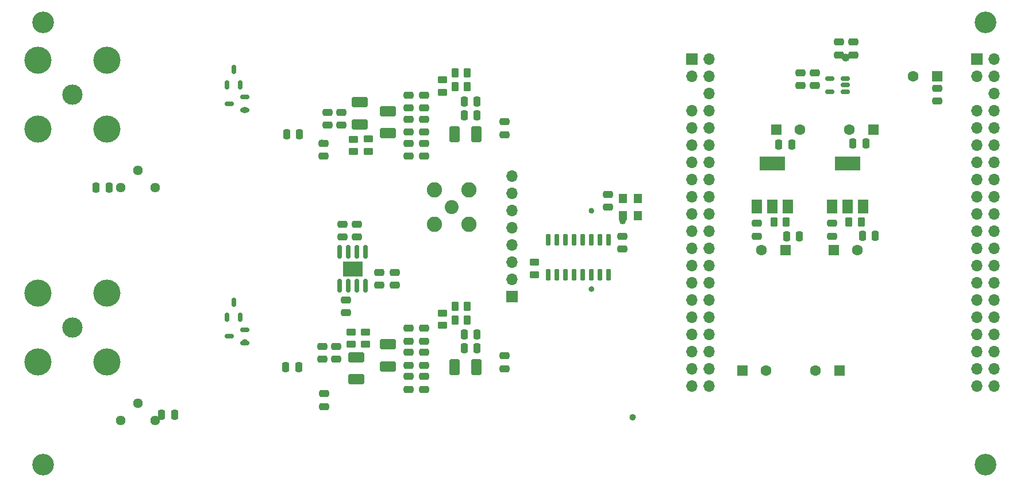
<source format=gbr>
%TF.GenerationSoftware,KiCad,Pcbnew,7.0.10-7.0.10~ubuntu22.04.1*%
%TF.CreationDate,2024-01-23T12:41:05+01:00*%
%TF.ProjectId,misrc,6d697372-632e-46b6-9963-61645f706362,0.3*%
%TF.SameCoordinates,Original*%
%TF.FileFunction,Soldermask,Bot*%
%TF.FilePolarity,Negative*%
%FSLAX46Y46*%
G04 Gerber Fmt 4.6, Leading zero omitted, Abs format (unit mm)*
G04 Created by KiCad (PCBNEW 7.0.10-7.0.10~ubuntu22.04.1) date 2024-01-23 12:41:05*
%MOMM*%
%LPD*%
G01*
G04 APERTURE LIST*
G04 Aperture macros list*
%AMRoundRect*
0 Rectangle with rounded corners*
0 $1 Rounding radius*
0 $2 $3 $4 $5 $6 $7 $8 $9 X,Y pos of 4 corners*
0 Add a 4 corners polygon primitive as box body*
4,1,4,$2,$3,$4,$5,$6,$7,$8,$9,$2,$3,0*
0 Add four circle primitives for the rounded corners*
1,1,$1+$1,$2,$3*
1,1,$1+$1,$4,$5*
1,1,$1+$1,$6,$7*
1,1,$1+$1,$8,$9*
0 Add four rect primitives between the rounded corners*
20,1,$1+$1,$2,$3,$4,$5,0*
20,1,$1+$1,$4,$5,$6,$7,0*
20,1,$1+$1,$6,$7,$8,$9,0*
20,1,$1+$1,$8,$9,$2,$3,0*%
G04 Aperture macros list end*
%ADD10C,0.476609*%
%ADD11C,0.434210*%
%ADD12C,0.150000*%
%ADD13C,0.598634*%
%ADD14R,1.600000X1.600000*%
%ADD15C,1.600000*%
%ADD16R,1.700000X1.700000*%
%ADD17O,1.700000X1.700000*%
%ADD18C,3.200000*%
%ADD19C,3.000000*%
%ADD20C,4.000000*%
%ADD21C,2.050000*%
%ADD22C,2.250000*%
%ADD23C,1.440000*%
%ADD24RoundRect,0.250000X-0.250000X-0.475000X0.250000X-0.475000X0.250000X0.475000X-0.250000X0.475000X0*%
%ADD25RoundRect,0.250001X-0.924999X0.499999X-0.924999X-0.499999X0.924999X-0.499999X0.924999X0.499999X0*%
%ADD26RoundRect,0.250000X-0.475000X0.250000X-0.475000X-0.250000X0.475000X-0.250000X0.475000X0.250000X0*%
%ADD27RoundRect,0.250000X0.475000X-0.250000X0.475000X0.250000X-0.475000X0.250000X-0.475000X-0.250000X0*%
%ADD28R,1.200000X1.400000*%
%ADD29RoundRect,0.150000X0.150000X-0.512500X0.150000X0.512500X-0.150000X0.512500X-0.150000X-0.512500X0*%
%ADD30RoundRect,0.250000X-0.450000X0.262500X-0.450000X-0.262500X0.450000X-0.262500X0.450000X0.262500X0*%
%ADD31RoundRect,0.250000X-0.262500X-0.450000X0.262500X-0.450000X0.262500X0.450000X-0.262500X0.450000X0*%
%ADD32RoundRect,0.250000X0.262500X0.450000X-0.262500X0.450000X-0.262500X-0.450000X0.262500X-0.450000X0*%
%ADD33R,1.500000X2.000000*%
%ADD34R,3.800000X2.000000*%
%ADD35RoundRect,0.150000X0.150000X-0.825000X0.150000X0.825000X-0.150000X0.825000X-0.150000X-0.825000X0*%
%ADD36R,3.000000X2.290000*%
%ADD37RoundRect,0.250001X0.924999X-0.499999X0.924999X0.499999X-0.924999X0.499999X-0.924999X-0.499999X0*%
%ADD38RoundRect,0.250000X0.250000X0.475000X-0.250000X0.475000X-0.250000X-0.475000X0.250000X-0.475000X0*%
%ADD39RoundRect,0.250000X0.450000X-0.262500X0.450000X0.262500X-0.450000X0.262500X-0.450000X-0.262500X0*%
%ADD40RoundRect,0.250001X-0.499999X-0.924999X0.499999X-0.924999X0.499999X0.924999X-0.499999X0.924999X0*%
%ADD41RoundRect,0.150000X0.512500X0.150000X-0.512500X0.150000X-0.512500X-0.150000X0.512500X-0.150000X0*%
%ADD42RoundRect,0.150000X0.150000X-0.725000X0.150000X0.725000X-0.150000X0.725000X-0.150000X-0.725000X0*%
G04 APERTURE END LIST*
D10*
X102092304Y-117983000D02*
G75*
G03*
X101615696Y-117983000I-238304J0D01*
G01*
X101615696Y-117983000D02*
G75*
G03*
X102092304Y-117983000I238304J0D01*
G01*
D11*
X145251105Y-94742000D02*
G75*
G03*
X144816895Y-94742000I-217105J0D01*
G01*
X144816895Y-94742000D02*
G75*
G03*
X145251105Y-94742000I217105J0D01*
G01*
D12*
X126639609Y-80645000D02*
G75*
G03*
X125836391Y-80645000I-401609J0D01*
G01*
X125836391Y-80645000D02*
G75*
G03*
X126639609Y-80645000I401609J0D01*
G01*
X132862609Y-81534000D02*
G75*
G03*
X132059391Y-81534000I-401609J0D01*
G01*
X132059391Y-81534000D02*
G75*
G03*
X132862609Y-81534000I401609J0D01*
G01*
D10*
X94197695Y-114173000D02*
G75*
G03*
X93721087Y-114173000I-238304J0D01*
G01*
X93721087Y-114173000D02*
G75*
G03*
X94197695Y-114173000I238304J0D01*
G01*
D12*
X123444000Y-77216000D02*
G75*
G03*
X122682000Y-77216000I-381000J0D01*
G01*
X122682000Y-77216000D02*
G75*
G03*
X123444000Y-77216000I381000J0D01*
G01*
D11*
X145251105Y-106299000D02*
G75*
G03*
X144816895Y-106299000I-217105J0D01*
G01*
X144816895Y-106299000D02*
G75*
G03*
X145251105Y-106299000I217105J0D01*
G01*
D10*
X151347695Y-125222000D02*
G75*
G03*
X150871087Y-125222000I-238304J0D01*
G01*
X150871087Y-125222000D02*
G75*
G03*
X151347695Y-125222000I238304J0D01*
G01*
X105521304Y-84709000D02*
G75*
G03*
X105044696Y-84709000I-238304J0D01*
G01*
X105044696Y-84709000D02*
G75*
G03*
X105521304Y-84709000I238304J0D01*
G01*
X94197695Y-79883000D02*
G75*
G03*
X93721087Y-79883000I-238304J0D01*
G01*
X93721087Y-79883000D02*
G75*
G03*
X94197695Y-79883000I238304J0D01*
G01*
X149864913Y-96266000D02*
G75*
G03*
X149388305Y-96266000I-238304J0D01*
G01*
X149388305Y-96266000D02*
G75*
G03*
X149864913Y-96266000I238304J0D01*
G01*
D13*
X182798317Y-72136000D02*
G75*
G03*
X182199683Y-72136000I-299317J0D01*
G01*
X182199683Y-72136000D02*
G75*
G03*
X182798317Y-72136000I299317J0D01*
G01*
D14*
%TO.C,C19*%
X181554000Y-118364000D03*
D15*
X178054000Y-118364000D03*
%TD*%
D16*
%TO.C,J2*%
X133350000Y-107442000D03*
D17*
X133350000Y-104902000D03*
X133350000Y-102362000D03*
X133350000Y-99822000D03*
X133350000Y-97282000D03*
X133350000Y-94742000D03*
X133350000Y-92202000D03*
X133350000Y-89662000D03*
%TD*%
D18*
%TO.C,H3*%
X203073000Y-132207000D03*
%TD*%
D19*
%TO.C,J101*%
X68580000Y-112014000D03*
D20*
X63500000Y-117094000D03*
X63500000Y-106934000D03*
X73660000Y-106934000D03*
X73660000Y-117094000D03*
%TD*%
D16*
%TO.C,J3*%
X201803000Y-72390000D03*
D17*
X204343000Y-72390000D03*
X201803000Y-74930000D03*
X204343000Y-74930000D03*
X204343000Y-77470000D03*
X201803000Y-80010000D03*
X204343000Y-80010000D03*
X201803000Y-82550000D03*
X204343000Y-82550000D03*
X201803000Y-85090000D03*
X204343000Y-85090000D03*
X201803000Y-87630000D03*
X204343000Y-87630000D03*
X201803000Y-90170000D03*
X204343000Y-90170000D03*
X201803000Y-92710000D03*
X204343000Y-92710000D03*
X201803000Y-95250000D03*
X204343000Y-95250000D03*
X201803000Y-97790000D03*
X204343000Y-97790000D03*
X201803000Y-100330000D03*
X204343000Y-100330000D03*
X201803000Y-102870000D03*
X204343000Y-102870000D03*
X201803000Y-105410000D03*
X204343000Y-105410000D03*
X201803000Y-107950000D03*
X204343000Y-107950000D03*
X201803000Y-110490000D03*
X204343000Y-110490000D03*
X201803000Y-113030000D03*
X204343000Y-113030000D03*
X201803000Y-115570000D03*
X204343000Y-115570000D03*
X201803000Y-118110000D03*
X204343000Y-118110000D03*
X201803000Y-120650000D03*
X204343000Y-120650000D03*
%TD*%
D21*
%TO.C,J1*%
X124460000Y-94234000D03*
D22*
X121920000Y-91694000D03*
X121920000Y-96774000D03*
X127000000Y-91694000D03*
X127000000Y-96774000D03*
%TD*%
D23*
%TO.C,RV201*%
X75692000Y-91313000D03*
X78232000Y-88773000D03*
X80772000Y-91313000D03*
%TD*%
D14*
%TO.C,C17*%
X180721000Y-100584000D03*
D15*
X184221000Y-100584000D03*
%TD*%
D14*
%TO.C,C11*%
X186564651Y-82804000D03*
D15*
X183064651Y-82804000D03*
%TD*%
D18*
%TO.C,H2*%
X64262000Y-132207000D03*
%TD*%
D19*
%TO.C,J201*%
X68567000Y-77597000D03*
D20*
X63487000Y-82677000D03*
X63487000Y-72517000D03*
X73647000Y-72517000D03*
X73647000Y-82677000D03*
%TD*%
D14*
%TO.C,C10*%
X172240000Y-82801000D03*
D15*
X175740000Y-82801000D03*
%TD*%
D14*
%TO.C,C6*%
X195962651Y-74930000D03*
D15*
X192462651Y-74930000D03*
%TD*%
D14*
%TO.C,C18*%
X167259000Y-118364000D03*
D15*
X170759000Y-118364000D03*
%TD*%
D18*
%TO.C,H1*%
X64262000Y-66929000D03*
%TD*%
D14*
%TO.C,C16*%
X173609000Y-100584000D03*
D15*
X170109000Y-100584000D03*
%TD*%
D18*
%TO.C,H4*%
X203073000Y-66929000D03*
%TD*%
D23*
%TO.C,RV101*%
X75707000Y-125685000D03*
X78247000Y-123145000D03*
X80787000Y-125685000D03*
%TD*%
D16*
%TO.C,J4*%
X159800000Y-72390000D03*
D17*
X162340000Y-72390000D03*
X159800000Y-74930000D03*
X162340000Y-74930000D03*
X162340000Y-77470000D03*
X159800000Y-80010000D03*
X162340000Y-80010000D03*
X159800000Y-82550000D03*
X162340000Y-82550000D03*
X159800000Y-85090000D03*
X162340000Y-85090000D03*
X159800000Y-87630000D03*
X162340000Y-87630000D03*
X159800000Y-90170000D03*
X162340000Y-90170000D03*
X159800000Y-92710000D03*
X162340000Y-92710000D03*
X159800000Y-95250000D03*
X162340000Y-95250000D03*
X159800000Y-97790000D03*
X162340000Y-97790000D03*
X159800000Y-100330000D03*
X162340000Y-100330000D03*
X159800000Y-102870000D03*
X162340000Y-102870000D03*
X159800000Y-105410000D03*
X162340000Y-105410000D03*
X159800000Y-107950000D03*
X162340000Y-107950000D03*
X159800000Y-110490000D03*
X162340000Y-110490000D03*
X159800000Y-113030000D03*
X162340000Y-113030000D03*
X159800000Y-115570000D03*
X162340000Y-115570000D03*
X159800000Y-118110000D03*
X162340000Y-118110000D03*
X159800000Y-120650000D03*
X162340000Y-120650000D03*
%TD*%
D24*
%TO.C,C122*%
X100015000Y-117856000D03*
X101915000Y-117856000D03*
%TD*%
D25*
%TO.C,C102*%
X110363000Y-116358000D03*
X110363000Y-119608000D03*
%TD*%
D26*
%TO.C,C226*%
X132207000Y-81600000D03*
X132207000Y-83500000D03*
%TD*%
D27*
%TO.C,C221*%
X118097000Y-83119000D03*
X118097000Y-81219000D03*
%TD*%
D26*
%TO.C,C20*%
X169418000Y-96586000D03*
X169418000Y-98486000D03*
%TD*%
%TO.C,C8*%
X175831500Y-74361000D03*
X175831500Y-76261000D03*
%TD*%
D28*
%TO.C,X1*%
X149649000Y-95504000D03*
X149649000Y-92964000D03*
X151849000Y-92964000D03*
X151849000Y-95504000D03*
%TD*%
D29*
%TO.C,Q202*%
X93279000Y-76194500D03*
X91379000Y-76194500D03*
X92329000Y-73919500D03*
%TD*%
D30*
%TO.C,R204*%
X112141000Y-84154000D03*
X112141000Y-85979000D03*
%TD*%
D27*
%TO.C,C22*%
X108839000Y-109789000D03*
X108839000Y-107889000D03*
%TD*%
D26*
%TO.C,C21*%
X180467000Y-96586000D03*
X180467000Y-98486000D03*
%TD*%
D31*
%TO.C,R5*%
X182983500Y-96393000D03*
X184808500Y-96393000D03*
%TD*%
D32*
%TO.C,R126*%
X126769500Y-110871000D03*
X124944500Y-110871000D03*
%TD*%
D26*
%TO.C,C114*%
X120396000Y-112080000D03*
X120396000Y-113980000D03*
%TD*%
D24*
%TO.C,C216*%
X126291000Y-80645000D03*
X128191000Y-80645000D03*
%TD*%
D32*
%TO.C,R226*%
X126756500Y-76454000D03*
X124931500Y-76454000D03*
%TD*%
D26*
%TO.C,C213*%
X118097000Y-77663000D03*
X118097000Y-79563000D03*
%TD*%
%TO.C,C7*%
X195961000Y-76647000D03*
X195961000Y-78547000D03*
%TD*%
D33*
%TO.C,Q2*%
X185053000Y-94082000D03*
X182753000Y-94082000D03*
D34*
X182753000Y-87782000D03*
D33*
X180453000Y-94082000D03*
%TD*%
D24*
%TO.C,C15*%
X184978000Y-98425000D03*
X186878000Y-98425000D03*
%TD*%
D27*
%TO.C,C112*%
X118110000Y-121092000D03*
X118110000Y-119192000D03*
%TD*%
%TO.C,C31*%
X147447000Y-94234000D03*
X147447000Y-92334000D03*
%TD*%
D29*
%TO.C,Q102*%
X93279000Y-110490000D03*
X91379000Y-110490000D03*
X92329000Y-108215000D03*
%TD*%
D26*
%TO.C,C223*%
X105537000Y-84775000D03*
X105537000Y-86675000D03*
%TD*%
%TO.C,C214*%
X120383000Y-77663000D03*
X120383000Y-79563000D03*
%TD*%
D35*
%TO.C,U7*%
X111748000Y-105788000D03*
X110478000Y-105788000D03*
X109208000Y-105788000D03*
X107938000Y-105788000D03*
X107938000Y-100838000D03*
X109208000Y-100838000D03*
X110478000Y-100838000D03*
X111748000Y-100838000D03*
D36*
X109843000Y-103313000D03*
%TD*%
D37*
%TO.C,C217*%
X115049000Y-83286000D03*
X115049000Y-80036000D03*
%TD*%
D24*
%TO.C,C14*%
X173802000Y-98552000D03*
X175702000Y-98552000D03*
%TD*%
D30*
%TO.C,R125*%
X123063000Y-109831500D03*
X123063000Y-111656500D03*
%TD*%
D24*
%TO.C,C115*%
X126304000Y-113030000D03*
X128204000Y-113030000D03*
%TD*%
D27*
%TO.C,C111*%
X120396000Y-121092000D03*
X120396000Y-119192000D03*
%TD*%
D32*
%TO.C,R224*%
X126756500Y-74422000D03*
X124931500Y-74422000D03*
%TD*%
D38*
%TO.C,C29*%
X73975000Y-91313000D03*
X72075000Y-91313000D03*
%TD*%
D27*
%TO.C,C204*%
X106172000Y-82103000D03*
X106172000Y-80203000D03*
%TD*%
D33*
%TO.C,Q1*%
X174004000Y-94082000D03*
X171704000Y-94082000D03*
D34*
X171704000Y-87782000D03*
D33*
X169404000Y-94082000D03*
%TD*%
D24*
%TO.C,C116*%
X126304000Y-115062000D03*
X128204000Y-115062000D03*
%TD*%
D27*
%TO.C,C211*%
X120383000Y-86675000D03*
X120383000Y-84775000D03*
%TD*%
D26*
%TO.C,C113*%
X118110000Y-112080000D03*
X118110000Y-113980000D03*
%TD*%
D30*
%TO.C,R225*%
X123050000Y-75414500D03*
X123050000Y-77239500D03*
%TD*%
D32*
%TO.C,R124*%
X126769500Y-108839000D03*
X124944500Y-108839000D03*
%TD*%
D24*
%TO.C,C12*%
X172659000Y-84963000D03*
X174559000Y-84963000D03*
%TD*%
D26*
%TO.C,C126*%
X132207000Y-116144000D03*
X132207000Y-118044000D03*
%TD*%
D39*
%TO.C,R104*%
X111760000Y-114450500D03*
X111760000Y-112625500D03*
%TD*%
D27*
%TO.C,C220*%
X120383000Y-83119000D03*
X120383000Y-81219000D03*
%TD*%
D26*
%TO.C,C23*%
X110490000Y-96713000D03*
X110490000Y-98613000D03*
%TD*%
D37*
%TO.C,C117*%
X115062000Y-117703000D03*
X115062000Y-114453000D03*
%TD*%
D40*
%TO.C,C110*%
X124867000Y-117856000D03*
X128117000Y-117856000D03*
%TD*%
D41*
%TO.C,U6*%
X182430000Y-75250000D03*
X182430000Y-76200000D03*
X182430000Y-77150000D03*
X180155000Y-77150000D03*
X180155000Y-75250000D03*
%TD*%
D26*
%TO.C,C27*%
X181483000Y-69850000D03*
X181483000Y-71750000D03*
%TD*%
D31*
%TO.C,R4*%
X171934500Y-96393000D03*
X173759500Y-96393000D03*
%TD*%
D37*
%TO.C,C202*%
X110871000Y-81990000D03*
X110871000Y-78740000D03*
%TD*%
D41*
%TO.C,Q101*%
X93974500Y-112334000D03*
X93974500Y-114234000D03*
X91699500Y-113284000D03*
%TD*%
D42*
%TO.C,U1*%
X147574000Y-104175000D03*
X146304000Y-104175000D03*
X145034000Y-104175000D03*
X143764000Y-104175000D03*
X142494000Y-104175000D03*
X141224000Y-104175000D03*
X139954000Y-104175000D03*
X138684000Y-104175000D03*
X138684000Y-99025000D03*
X139954000Y-99025000D03*
X141224000Y-99025000D03*
X142494000Y-99025000D03*
X143764000Y-99025000D03*
X145034000Y-99025000D03*
X146304000Y-99025000D03*
X147574000Y-99025000D03*
%TD*%
D27*
%TO.C,C104*%
X105410000Y-116647000D03*
X105410000Y-114747000D03*
%TD*%
D39*
%TO.C,R1*%
X136652000Y-104163500D03*
X136652000Y-102338500D03*
%TD*%
%TO.C,R205*%
X109982000Y-86002500D03*
X109982000Y-84177500D03*
%TD*%
D26*
%TO.C,C28*%
X183642000Y-69850000D03*
X183642000Y-71750000D03*
%TD*%
D41*
%TO.C,Q201*%
X93980000Y-77978000D03*
X93980000Y-79878000D03*
X91705000Y-78928000D03*
%TD*%
D27*
%TO.C,C212*%
X118097000Y-86675000D03*
X118097000Y-84775000D03*
%TD*%
D26*
%TO.C,C5*%
X149606000Y-98491000D03*
X149606000Y-100391000D03*
%TD*%
D27*
%TO.C,C120*%
X120396000Y-117536000D03*
X120396000Y-115636000D03*
%TD*%
%TO.C,C203*%
X108204000Y-82103000D03*
X108204000Y-80203000D03*
%TD*%
D24*
%TO.C,C13*%
X183581000Y-84836000D03*
X185481000Y-84836000D03*
%TD*%
D27*
%TO.C,C103*%
X107442000Y-116647000D03*
X107442000Y-114747000D03*
%TD*%
D24*
%TO.C,C215*%
X126291000Y-78613000D03*
X128191000Y-78613000D03*
%TD*%
D26*
%TO.C,C123*%
X105664000Y-121732000D03*
X105664000Y-123632000D03*
%TD*%
D24*
%TO.C,C222*%
X100142000Y-83439000D03*
X102042000Y-83439000D03*
%TD*%
D27*
%TO.C,C121*%
X118110000Y-117536000D03*
X118110000Y-115636000D03*
%TD*%
D40*
%TO.C,C210*%
X124854000Y-83439000D03*
X128104000Y-83439000D03*
%TD*%
D27*
%TO.C,C25*%
X116078000Y-105725000D03*
X116078000Y-103825000D03*
%TD*%
D24*
%TO.C,C30*%
X81727000Y-124841000D03*
X83627000Y-124841000D03*
%TD*%
D30*
%TO.C,R105*%
X109601000Y-112625500D03*
X109601000Y-114450500D03*
%TD*%
D26*
%TO.C,C9*%
X177990500Y-74361000D03*
X177990500Y-76261000D03*
%TD*%
D27*
%TO.C,C26*%
X113792000Y-105725000D03*
X113792000Y-103825000D03*
%TD*%
%TO.C,C24*%
X108331000Y-98613000D03*
X108331000Y-96713000D03*
%TD*%
M02*

</source>
